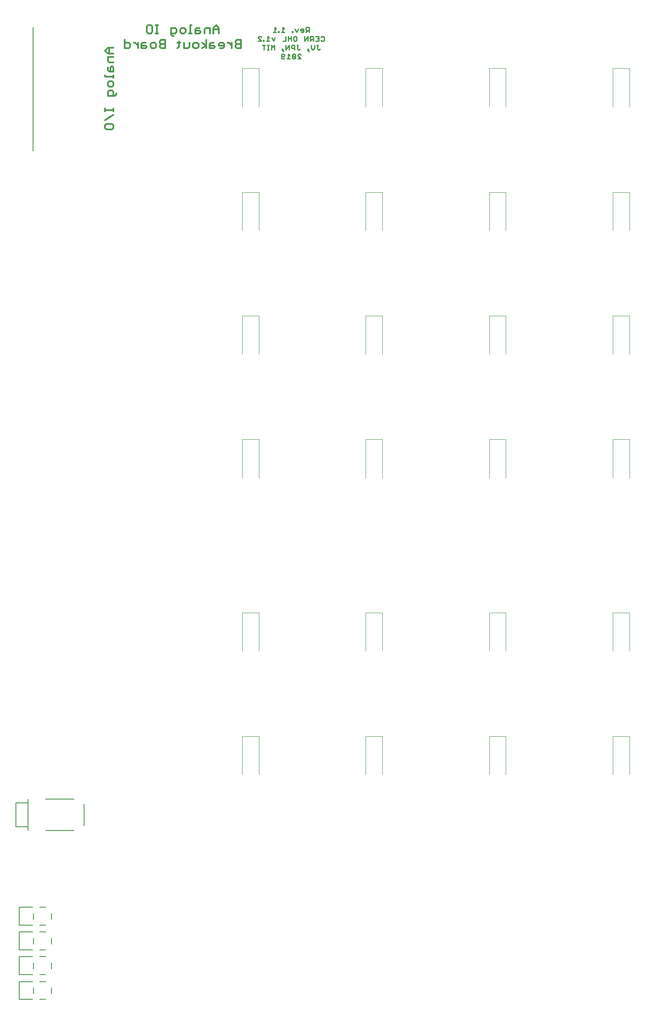
<source format=gbo>
G75*
%MOIN*%
%OFA0B0*%
%FSLAX25Y25*%
%IPPOS*%
%LPD*%
%AMOC8*
5,1,8,0,0,1.08239X$1,22.5*
%
%ADD10C,0.01300*%
%ADD11C,0.01000*%
%ADD12C,0.00500*%
%ADD13C,0.00472*%
%ADD14C,0.00800*%
D10*
X0086599Y0743501D02*
X0085503Y0744598D01*
X0085503Y0746791D01*
X0086599Y0747888D01*
X0090986Y0747888D01*
X0092082Y0746791D01*
X0092082Y0744598D01*
X0090986Y0743501D01*
X0086599Y0743501D01*
X0085503Y0750752D02*
X0092082Y0755138D01*
X0092082Y0757778D02*
X0092082Y0759972D01*
X0092082Y0758875D02*
X0085503Y0758875D01*
X0085503Y0759972D02*
X0085503Y0757778D01*
X0087696Y0770086D02*
X0087696Y0773375D01*
X0088792Y0774472D01*
X0090986Y0774472D01*
X0092082Y0773375D01*
X0092082Y0770086D01*
X0093179Y0770086D02*
X0087696Y0770086D01*
X0093179Y0770086D02*
X0094275Y0771182D01*
X0094275Y0772279D01*
X0090986Y0777336D02*
X0088792Y0777336D01*
X0087696Y0778433D01*
X0087696Y0780626D01*
X0088792Y0781722D01*
X0090986Y0781722D01*
X0092082Y0780626D01*
X0092082Y0778433D01*
X0090986Y0777336D01*
X0092082Y0784363D02*
X0092082Y0786556D01*
X0092082Y0785459D02*
X0085503Y0785459D01*
X0085503Y0786556D01*
X0088792Y0789420D02*
X0087696Y0790516D01*
X0087696Y0792710D01*
X0089889Y0792710D02*
X0089889Y0789420D01*
X0088792Y0789420D02*
X0092082Y0789420D01*
X0092082Y0792710D01*
X0090986Y0793806D01*
X0089889Y0792710D01*
X0088792Y0796670D02*
X0087696Y0797767D01*
X0087696Y0801056D01*
X0092082Y0801056D01*
X0092082Y0803920D02*
X0087696Y0803920D01*
X0085503Y0806114D01*
X0087696Y0808307D01*
X0092082Y0808307D01*
X0088792Y0808307D02*
X0088792Y0803920D01*
X0088792Y0796670D02*
X0092082Y0796670D01*
X0101152Y0808056D02*
X0101152Y0814635D01*
X0101152Y0812442D02*
X0104442Y0812442D01*
X0105539Y0811345D01*
X0105539Y0809152D01*
X0104442Y0808056D01*
X0101152Y0808056D01*
X0108291Y0812442D02*
X0109387Y0812442D01*
X0111580Y0810249D01*
X0111580Y0808056D02*
X0111580Y0812442D01*
X0114444Y0811345D02*
X0114444Y0808056D01*
X0117734Y0808056D01*
X0118831Y0809152D01*
X0117734Y0810249D01*
X0114444Y0810249D01*
X0114444Y0811345D02*
X0115541Y0812442D01*
X0117734Y0812442D01*
X0121695Y0811345D02*
X0122791Y0812442D01*
X0124984Y0812442D01*
X0126081Y0811345D01*
X0126081Y0809152D01*
X0124984Y0808056D01*
X0122791Y0808056D01*
X0121695Y0809152D01*
X0121695Y0811345D01*
X0121963Y0819867D02*
X0119770Y0819867D01*
X0118674Y0820963D01*
X0118674Y0825350D01*
X0119770Y0826446D01*
X0121963Y0826446D01*
X0123060Y0825350D01*
X0123060Y0820963D01*
X0121963Y0819867D01*
X0125700Y0819867D02*
X0127894Y0819867D01*
X0126797Y0819867D02*
X0126797Y0826446D01*
X0127894Y0826446D02*
X0125700Y0826446D01*
X0130042Y0814635D02*
X0128945Y0813539D01*
X0128945Y0812442D01*
X0130042Y0811345D01*
X0133331Y0811345D01*
X0130042Y0811345D02*
X0128945Y0810249D01*
X0128945Y0809152D01*
X0130042Y0808056D01*
X0133331Y0808056D01*
X0133331Y0814635D01*
X0130042Y0814635D01*
X0138008Y0818770D02*
X0138008Y0824253D01*
X0141298Y0824253D01*
X0142394Y0823156D01*
X0142394Y0820963D01*
X0141298Y0819867D01*
X0138008Y0819867D01*
X0138008Y0818770D02*
X0139104Y0817673D01*
X0140201Y0817673D01*
X0144319Y0813539D02*
X0144319Y0809152D01*
X0143222Y0808056D01*
X0143222Y0812442D02*
X0145415Y0812442D01*
X0148279Y0812442D02*
X0148279Y0808056D01*
X0151569Y0808056D01*
X0152665Y0809152D01*
X0152665Y0812442D01*
X0155529Y0811345D02*
X0156626Y0812442D01*
X0158819Y0812442D01*
X0159916Y0811345D01*
X0159916Y0809152D01*
X0158819Y0808056D01*
X0156626Y0808056D01*
X0155529Y0809152D01*
X0155529Y0811345D01*
X0162668Y0812442D02*
X0165958Y0810249D01*
X0162668Y0808056D01*
X0165958Y0808056D02*
X0165958Y0814635D01*
X0168821Y0811345D02*
X0168821Y0808056D01*
X0172111Y0808056D01*
X0173208Y0809152D01*
X0172111Y0810249D01*
X0168821Y0810249D01*
X0168821Y0811345D02*
X0169918Y0812442D01*
X0172111Y0812442D01*
X0176072Y0811345D02*
X0176072Y0810249D01*
X0180458Y0810249D01*
X0180458Y0811345D02*
X0179362Y0812442D01*
X0177168Y0812442D01*
X0176072Y0811345D01*
X0177168Y0808056D02*
X0179362Y0808056D01*
X0180458Y0809152D01*
X0180458Y0811345D01*
X0183210Y0812442D02*
X0184307Y0812442D01*
X0186500Y0810249D01*
X0186500Y0808056D02*
X0186500Y0812442D01*
X0189364Y0812442D02*
X0190461Y0811345D01*
X0193750Y0811345D01*
X0190461Y0811345D02*
X0189364Y0810249D01*
X0189364Y0809152D01*
X0190461Y0808056D01*
X0193750Y0808056D01*
X0193750Y0814635D01*
X0190461Y0814635D01*
X0189364Y0813539D01*
X0189364Y0812442D01*
X0176229Y0819867D02*
X0176229Y0824253D01*
X0174036Y0826446D01*
X0171842Y0824253D01*
X0171842Y0819867D01*
X0168979Y0819867D02*
X0168979Y0824253D01*
X0165689Y0824253D01*
X0164592Y0823156D01*
X0164592Y0819867D01*
X0161728Y0820963D02*
X0160632Y0822060D01*
X0157342Y0822060D01*
X0157342Y0823156D02*
X0157342Y0819867D01*
X0160632Y0819867D01*
X0161728Y0820963D01*
X0160632Y0824253D02*
X0158438Y0824253D01*
X0157342Y0823156D01*
X0154478Y0819867D02*
X0152285Y0819867D01*
X0153381Y0819867D02*
X0153381Y0826446D01*
X0154478Y0826446D01*
X0149644Y0823156D02*
X0149644Y0820963D01*
X0148548Y0819867D01*
X0146355Y0819867D01*
X0145258Y0820963D01*
X0145258Y0823156D01*
X0146355Y0824253D01*
X0148548Y0824253D01*
X0149644Y0823156D01*
X0171842Y0823156D02*
X0176229Y0823156D01*
D11*
X0207460Y0816917D02*
X0208081Y0817539D01*
X0209324Y0817539D01*
X0209945Y0816917D01*
X0207460Y0816917D02*
X0207460Y0816296D01*
X0209945Y0813811D01*
X0207460Y0813811D01*
X0211499Y0813811D02*
X0212120Y0813811D01*
X0212120Y0814432D01*
X0211499Y0814432D01*
X0211499Y0813811D01*
X0213985Y0813811D02*
X0216470Y0813811D01*
X0215228Y0813811D02*
X0215228Y0817539D01*
X0216470Y0816296D01*
X0218335Y0816296D02*
X0219578Y0813811D01*
X0220820Y0816296D01*
X0220666Y0820898D02*
X0220666Y0824625D01*
X0221908Y0823383D01*
X0223462Y0821519D02*
X0223462Y0820898D01*
X0224083Y0820898D01*
X0224083Y0821519D01*
X0223462Y0821519D01*
X0221908Y0820898D02*
X0219423Y0820898D01*
X0225948Y0820898D02*
X0228433Y0820898D01*
X0227191Y0820898D02*
X0227191Y0824625D01*
X0228433Y0823383D01*
X0229521Y0817539D02*
X0229521Y0813811D01*
X0227036Y0813811D01*
X0229573Y0810452D02*
X0229573Y0806724D01*
X0232058Y0810452D01*
X0232058Y0806724D01*
X0233924Y0808588D02*
X0234545Y0807967D01*
X0236409Y0807967D01*
X0236409Y0806724D02*
X0236409Y0810452D01*
X0234545Y0810452D01*
X0233924Y0809831D01*
X0233924Y0808588D01*
X0238274Y0810452D02*
X0239516Y0810452D01*
X0238895Y0810452D02*
X0238895Y0807346D01*
X0239516Y0806724D01*
X0240138Y0806724D01*
X0240759Y0807346D01*
X0240863Y0803365D02*
X0239620Y0803365D01*
X0238999Y0802744D01*
X0238999Y0802123D01*
X0241484Y0799638D01*
X0238999Y0799638D01*
X0237134Y0800259D02*
X0234649Y0802744D01*
X0234649Y0800259D01*
X0235270Y0799638D01*
X0236512Y0799638D01*
X0237134Y0800259D01*
X0237134Y0802744D01*
X0236512Y0803365D01*
X0235270Y0803365D01*
X0234649Y0802744D01*
X0232783Y0802123D02*
X0231541Y0803365D01*
X0231541Y0799638D01*
X0232783Y0799638D02*
X0230298Y0799638D01*
X0228433Y0800259D02*
X0227812Y0799638D01*
X0226570Y0799638D01*
X0225948Y0800259D01*
X0225948Y0802744D01*
X0226570Y0803365D01*
X0227812Y0803365D01*
X0228433Y0802744D01*
X0228433Y0802123D01*
X0227812Y0801502D01*
X0225948Y0801502D01*
X0227708Y0805482D02*
X0226466Y0806724D01*
X0227087Y0806724D01*
X0227087Y0807346D01*
X0226466Y0807346D01*
X0226466Y0806724D01*
X0220458Y0806724D02*
X0220458Y0810452D01*
X0219215Y0809209D01*
X0217973Y0810452D01*
X0217973Y0806724D01*
X0216108Y0806724D02*
X0214865Y0806724D01*
X0215487Y0806724D02*
X0215487Y0810452D01*
X0216108Y0810452D02*
X0214865Y0810452D01*
X0213208Y0810452D02*
X0210723Y0810452D01*
X0211965Y0810452D02*
X0211965Y0806724D01*
X0231386Y0813811D02*
X0231386Y0817539D01*
X0231386Y0815675D02*
X0233871Y0815675D01*
X0233871Y0813811D02*
X0233871Y0817539D01*
X0235736Y0816917D02*
X0235736Y0814432D01*
X0236357Y0813811D01*
X0237600Y0813811D01*
X0238221Y0814432D01*
X0238221Y0816917D01*
X0237600Y0817539D01*
X0236357Y0817539D01*
X0235736Y0816917D01*
X0234959Y0820898D02*
X0234337Y0820898D01*
X0234337Y0821519D01*
X0234959Y0821519D01*
X0234959Y0820898D01*
X0238066Y0820898D02*
X0236824Y0823383D01*
X0239309Y0823383D02*
X0238066Y0820898D01*
X0241174Y0822140D02*
X0243659Y0822140D01*
X0243659Y0821519D02*
X0243659Y0822761D01*
X0243038Y0823383D01*
X0241795Y0823383D01*
X0241174Y0822761D01*
X0241174Y0822140D01*
X0241795Y0820898D02*
X0243038Y0820898D01*
X0243659Y0821519D01*
X0245524Y0820898D02*
X0246767Y0822140D01*
X0246145Y0822140D02*
X0248009Y0822140D01*
X0248009Y0820898D02*
X0248009Y0824625D01*
X0246145Y0824625D01*
X0245524Y0824004D01*
X0245524Y0822761D01*
X0246145Y0822140D01*
X0246922Y0817539D02*
X0244436Y0813811D01*
X0244436Y0817539D01*
X0246922Y0817539D02*
X0246922Y0813811D01*
X0248787Y0813811D02*
X0250029Y0815054D01*
X0249408Y0815054D02*
X0251272Y0815054D01*
X0251272Y0813811D02*
X0251272Y0817539D01*
X0249408Y0817539D01*
X0248787Y0816917D01*
X0248787Y0815675D01*
X0249408Y0815054D01*
X0253137Y0813811D02*
X0255622Y0813811D01*
X0255622Y0817539D01*
X0253137Y0817539D01*
X0254379Y0815675D02*
X0255622Y0815675D01*
X0257487Y0816917D02*
X0258108Y0817539D01*
X0259351Y0817539D01*
X0259972Y0816917D01*
X0259972Y0814432D01*
X0259351Y0813811D01*
X0258108Y0813811D01*
X0257487Y0814432D01*
X0255467Y0810452D02*
X0254224Y0810452D01*
X0254846Y0810452D02*
X0254846Y0807346D01*
X0255467Y0806724D01*
X0256088Y0806724D01*
X0256709Y0807346D01*
X0252359Y0807967D02*
X0251117Y0806724D01*
X0249874Y0807967D01*
X0249874Y0810452D01*
X0252359Y0810452D02*
X0252359Y0807967D01*
X0248009Y0805482D02*
X0246767Y0806724D01*
X0247388Y0806724D01*
X0247388Y0807346D01*
X0246767Y0807346D01*
X0246767Y0806724D01*
X0241484Y0802744D02*
X0240863Y0803365D01*
D12*
X0027772Y0051106D02*
X0016945Y0051106D01*
X0016945Y0065280D01*
X0027772Y0065280D01*
X0028559Y0060555D02*
X0028559Y0055831D01*
X0033283Y0051106D02*
X0038008Y0051106D01*
X0042732Y0055831D02*
X0042732Y0060555D01*
X0038008Y0065280D02*
X0033283Y0065280D01*
X0033283Y0070791D02*
X0038008Y0070791D01*
X0042732Y0075516D02*
X0042732Y0080240D01*
X0038008Y0084965D02*
X0033283Y0084965D01*
X0027772Y0084965D02*
X0016945Y0084965D01*
X0016945Y0070791D01*
X0027772Y0070791D01*
X0028559Y0075516D02*
X0028559Y0080240D01*
X0027772Y0090476D02*
X0016945Y0090476D01*
X0016945Y0104650D01*
X0027772Y0104650D01*
X0028559Y0099925D02*
X0028559Y0095201D01*
X0033283Y0090476D02*
X0038008Y0090476D01*
X0042732Y0095201D02*
X0042732Y0099925D01*
X0038008Y0104650D02*
X0033283Y0104650D01*
X0033283Y0110161D02*
X0038008Y0110161D01*
X0042732Y0114886D02*
X0042732Y0119610D01*
X0038008Y0124335D02*
X0033283Y0124335D01*
X0027772Y0124335D02*
X0016945Y0124335D01*
X0016945Y0110161D01*
X0027772Y0110161D01*
X0028559Y0114886D02*
X0028559Y0119610D01*
X0028165Y0726303D02*
X0028165Y0824728D01*
D13*
X0194744Y0791969D02*
X0194744Y0761539D01*
X0208043Y0761539D02*
X0208043Y0791969D01*
X0194744Y0791969D01*
X0194744Y0693543D02*
X0208043Y0693543D01*
X0208043Y0663114D01*
X0194744Y0663114D02*
X0194744Y0693543D01*
X0194744Y0595118D02*
X0208043Y0595118D01*
X0208043Y0564689D01*
X0194744Y0564689D02*
X0194744Y0595118D01*
X0194744Y0496693D02*
X0208043Y0496693D01*
X0208043Y0466264D01*
X0194744Y0466264D02*
X0194744Y0496693D01*
X0194744Y0358898D02*
X0208043Y0358898D01*
X0208043Y0328469D01*
X0194744Y0328469D02*
X0194744Y0358898D01*
X0194744Y0260472D02*
X0208043Y0260472D01*
X0208043Y0230043D01*
X0194744Y0230043D02*
X0194744Y0260472D01*
X0293169Y0260472D02*
X0293169Y0230043D01*
X0306469Y0230043D02*
X0306469Y0260472D01*
X0293169Y0260472D01*
X0293169Y0328469D02*
X0293169Y0358898D01*
X0306469Y0358898D01*
X0306469Y0328469D01*
X0391594Y0328469D02*
X0391594Y0358898D01*
X0404894Y0358898D01*
X0404894Y0328469D01*
X0404894Y0260472D02*
X0391594Y0260472D01*
X0391594Y0230043D01*
X0404894Y0230043D02*
X0404894Y0260472D01*
X0490020Y0260472D02*
X0490020Y0230043D01*
X0503319Y0230043D02*
X0503319Y0260472D01*
X0490020Y0260472D01*
X0490020Y0328469D02*
X0490020Y0358898D01*
X0503319Y0358898D01*
X0503319Y0328469D01*
X0503319Y0466264D02*
X0503319Y0496693D01*
X0490020Y0496693D01*
X0490020Y0466264D01*
X0490020Y0564689D02*
X0490020Y0595118D01*
X0503319Y0595118D01*
X0503319Y0564689D01*
X0503319Y0663114D02*
X0503319Y0693543D01*
X0490020Y0693543D01*
X0490020Y0663114D01*
X0490020Y0761539D02*
X0490020Y0791969D01*
X0503319Y0791969D01*
X0503319Y0761539D01*
X0404894Y0761539D02*
X0404894Y0791969D01*
X0391594Y0791969D01*
X0391594Y0761539D01*
X0391594Y0693543D02*
X0404894Y0693543D01*
X0404894Y0663114D01*
X0391594Y0663114D02*
X0391594Y0693543D01*
X0391594Y0595118D02*
X0404894Y0595118D01*
X0404894Y0564689D01*
X0391594Y0564689D02*
X0391594Y0595118D01*
X0391594Y0496693D02*
X0404894Y0496693D01*
X0404894Y0466264D01*
X0391594Y0466264D02*
X0391594Y0496693D01*
X0306469Y0496693D02*
X0306469Y0466264D01*
X0293169Y0466264D02*
X0293169Y0496693D01*
X0306469Y0496693D01*
X0306469Y0564689D02*
X0306469Y0595118D01*
X0293169Y0595118D01*
X0293169Y0564689D01*
X0293169Y0663114D02*
X0293169Y0693543D01*
X0306469Y0693543D01*
X0306469Y0663114D01*
X0306469Y0761539D02*
X0306469Y0791969D01*
X0293169Y0791969D01*
X0293169Y0761539D01*
D14*
X0060843Y0210358D02*
X0038008Y0210358D01*
X0024228Y0210358D02*
X0024228Y0185555D01*
X0023835Y0188508D02*
X0014386Y0188508D01*
X0014386Y0207406D01*
X0023835Y0207406D01*
X0038008Y0185555D02*
X0060843Y0185555D01*
X0068717Y0189492D02*
X0068717Y0206421D01*
M02*

</source>
